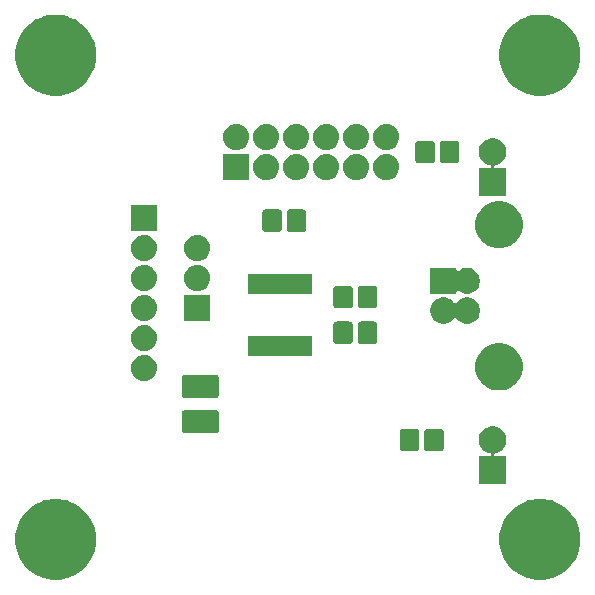
<source format=gts>
G04 #@! TF.GenerationSoftware,KiCad,Pcbnew,(5.0.2)-1*
G04 #@! TF.CreationDate,2020-03-10T11:29:15-04:00*
G04 #@! TF.ProjectId,FTDI-USB-TTL-49MM,46544449-2d55-4534-922d-54544c2d3439,1*
G04 #@! TF.SameCoordinates,Original*
G04 #@! TF.FileFunction,Soldermask,Top*
G04 #@! TF.FilePolarity,Negative*
%FSLAX46Y46*%
G04 Gerber Fmt 4.6, Leading zero omitted, Abs format (unit mm)*
G04 Created by KiCad (PCBNEW (5.0.2)-1) date 3/10/2020 11:29:15 AM*
%MOMM*%
%LPD*%
G01*
G04 APERTURE LIST*
%ADD10C,0.150000*%
G04 APERTURE END LIST*
D10*
G36*
X45668964Y-41636887D02*
X46000202Y-41702775D01*
X46258686Y-41809843D01*
X46624239Y-41961259D01*
X47185863Y-42336524D01*
X47663476Y-42814137D01*
X48038741Y-43375761D01*
X48297225Y-43999799D01*
X48429000Y-44662272D01*
X48429000Y-45337728D01*
X48297225Y-46000201D01*
X48038741Y-46624239D01*
X47663476Y-47185863D01*
X47185863Y-47663476D01*
X46624239Y-48038741D01*
X46258686Y-48190157D01*
X46000202Y-48297225D01*
X45668964Y-48363113D01*
X45337728Y-48429000D01*
X44662272Y-48429000D01*
X44331035Y-48363112D01*
X43999798Y-48297225D01*
X43741314Y-48190157D01*
X43375761Y-48038741D01*
X42814137Y-47663476D01*
X42336524Y-47185863D01*
X41961259Y-46624239D01*
X41702775Y-46000201D01*
X41571000Y-45337728D01*
X41571000Y-44662272D01*
X41702775Y-43999799D01*
X41961259Y-43375761D01*
X42336524Y-42814137D01*
X42814137Y-42336524D01*
X43375761Y-41961259D01*
X43741314Y-41809843D01*
X43999798Y-41702775D01*
X44331036Y-41636887D01*
X44662272Y-41571000D01*
X45337728Y-41571000D01*
X45668964Y-41636887D01*
X45668964Y-41636887D01*
G37*
G36*
X4668964Y-41636887D02*
X5000202Y-41702775D01*
X5258686Y-41809843D01*
X5624239Y-41961259D01*
X6185863Y-42336524D01*
X6663476Y-42814137D01*
X7038741Y-43375761D01*
X7297225Y-43999799D01*
X7429000Y-44662272D01*
X7429000Y-45337728D01*
X7297225Y-46000201D01*
X7038741Y-46624239D01*
X6663476Y-47185863D01*
X6185863Y-47663476D01*
X5624239Y-48038741D01*
X5258686Y-48190157D01*
X5000202Y-48297225D01*
X4668965Y-48363112D01*
X4337728Y-48429000D01*
X3662272Y-48429000D01*
X3331035Y-48363112D01*
X2999798Y-48297225D01*
X2741314Y-48190157D01*
X2375761Y-48038741D01*
X1814137Y-47663476D01*
X1336524Y-47185863D01*
X961259Y-46624239D01*
X702775Y-46000201D01*
X571000Y-45337728D01*
X571000Y-44662272D01*
X702775Y-43999799D01*
X961259Y-43375761D01*
X1336524Y-42814137D01*
X1814137Y-42336524D01*
X2375761Y-41961259D01*
X2741314Y-41809843D01*
X2999798Y-41702775D01*
X3331036Y-41636887D01*
X3662272Y-41571000D01*
X4337728Y-41571000D01*
X4668964Y-41636887D01*
X4668964Y-41636887D01*
G37*
G36*
X41336610Y-35466347D02*
X41546623Y-35553337D01*
X41735635Y-35679631D01*
X41896369Y-35840365D01*
X42022663Y-36029377D01*
X42109653Y-36239390D01*
X42154000Y-36462339D01*
X42154000Y-36689661D01*
X42109653Y-36912610D01*
X42022663Y-37122623D01*
X41896369Y-37311635D01*
X41735635Y-37472369D01*
X41546623Y-37598663D01*
X41336610Y-37685653D01*
X41192078Y-37714402D01*
X41168629Y-37721515D01*
X41147018Y-37733066D01*
X41128076Y-37748612D01*
X41112530Y-37767554D01*
X41100979Y-37789165D01*
X41093866Y-37812614D01*
X41091464Y-37837000D01*
X41093866Y-37861386D01*
X41100979Y-37884835D01*
X41112530Y-37906446D01*
X41128076Y-37925388D01*
X41147018Y-37940934D01*
X41168629Y-37952485D01*
X41192078Y-37959598D01*
X41216464Y-37962000D01*
X42154000Y-37962000D01*
X42154000Y-40270000D01*
X39846000Y-40270000D01*
X39846000Y-37962000D01*
X40783536Y-37962000D01*
X40807922Y-37959598D01*
X40831371Y-37952485D01*
X40852982Y-37940934D01*
X40871924Y-37925388D01*
X40887470Y-37906446D01*
X40899021Y-37884835D01*
X40906134Y-37861386D01*
X40908536Y-37837000D01*
X40906134Y-37812614D01*
X40899021Y-37789165D01*
X40887470Y-37767554D01*
X40871924Y-37748612D01*
X40852982Y-37733066D01*
X40831371Y-37721515D01*
X40807922Y-37714402D01*
X40663390Y-37685653D01*
X40453377Y-37598663D01*
X40264365Y-37472369D01*
X40103631Y-37311635D01*
X39977337Y-37122623D01*
X39890347Y-36912610D01*
X39846000Y-36689661D01*
X39846000Y-36462339D01*
X39890347Y-36239390D01*
X39977337Y-36029377D01*
X40103631Y-35840365D01*
X40264365Y-35679631D01*
X40453377Y-35553337D01*
X40663390Y-35466347D01*
X40886339Y-35422000D01*
X41113661Y-35422000D01*
X41336610Y-35466347D01*
X41336610Y-35466347D01*
G37*
G36*
X36620632Y-35628161D02*
X36674885Y-35644618D01*
X36724873Y-35671337D01*
X36768697Y-35707303D01*
X36804663Y-35751127D01*
X36831382Y-35801115D01*
X36847839Y-35855368D01*
X36854000Y-35917922D01*
X36854000Y-37234078D01*
X36847839Y-37296632D01*
X36831382Y-37350885D01*
X36804663Y-37400873D01*
X36768697Y-37444697D01*
X36724873Y-37480663D01*
X36674885Y-37507382D01*
X36620632Y-37523839D01*
X36558078Y-37530000D01*
X35491922Y-37530000D01*
X35429368Y-37523839D01*
X35375115Y-37507382D01*
X35325127Y-37480663D01*
X35281303Y-37444697D01*
X35245337Y-37400873D01*
X35218618Y-37350885D01*
X35202161Y-37296632D01*
X35196000Y-37234078D01*
X35196000Y-35917922D01*
X35202161Y-35855368D01*
X35218618Y-35801115D01*
X35245337Y-35751127D01*
X35281303Y-35707303D01*
X35325127Y-35671337D01*
X35375115Y-35644618D01*
X35429368Y-35628161D01*
X35491922Y-35622000D01*
X36558078Y-35622000D01*
X36620632Y-35628161D01*
X36620632Y-35628161D01*
G37*
G36*
X34570632Y-35628161D02*
X34624885Y-35644618D01*
X34674873Y-35671337D01*
X34718697Y-35707303D01*
X34754663Y-35751127D01*
X34781382Y-35801115D01*
X34797839Y-35855368D01*
X34804000Y-35917922D01*
X34804000Y-37234078D01*
X34797839Y-37296632D01*
X34781382Y-37350885D01*
X34754663Y-37400873D01*
X34718697Y-37444697D01*
X34674873Y-37480663D01*
X34624885Y-37507382D01*
X34570632Y-37523839D01*
X34508078Y-37530000D01*
X33441922Y-37530000D01*
X33379368Y-37523839D01*
X33325115Y-37507382D01*
X33275127Y-37480663D01*
X33231303Y-37444697D01*
X33195337Y-37400873D01*
X33168618Y-37350885D01*
X33152161Y-37296632D01*
X33146000Y-37234078D01*
X33146000Y-35917922D01*
X33152161Y-35855368D01*
X33168618Y-35801115D01*
X33195337Y-35751127D01*
X33231303Y-35707303D01*
X33275127Y-35671337D01*
X33325115Y-35644618D01*
X33379368Y-35628161D01*
X33441922Y-35622000D01*
X34508078Y-35622000D01*
X34570632Y-35628161D01*
X34570632Y-35628161D01*
G37*
G36*
X17627225Y-34054550D02*
X17675512Y-34069197D01*
X17720012Y-34092983D01*
X17759011Y-34124989D01*
X17791017Y-34163988D01*
X17814803Y-34208488D01*
X17829450Y-34256775D01*
X17835000Y-34313123D01*
X17835000Y-35717877D01*
X17829450Y-35774225D01*
X17814803Y-35822512D01*
X17791017Y-35867012D01*
X17759011Y-35906011D01*
X17720012Y-35938017D01*
X17675512Y-35961803D01*
X17627225Y-35976450D01*
X17570877Y-35982000D01*
X14941123Y-35982000D01*
X14884775Y-35976450D01*
X14836488Y-35961803D01*
X14791988Y-35938017D01*
X14752989Y-35906011D01*
X14720983Y-35867012D01*
X14697197Y-35822512D01*
X14682550Y-35774225D01*
X14677000Y-35717877D01*
X14677000Y-34313123D01*
X14682550Y-34256775D01*
X14697197Y-34208488D01*
X14720983Y-34163988D01*
X14752989Y-34124989D01*
X14791988Y-34092983D01*
X14836488Y-34069197D01*
X14884775Y-34054550D01*
X14941123Y-34049000D01*
X17570877Y-34049000D01*
X17627225Y-34054550D01*
X17627225Y-34054550D01*
G37*
G36*
X17627225Y-31079550D02*
X17675512Y-31094197D01*
X17720012Y-31117983D01*
X17759011Y-31149989D01*
X17791017Y-31188988D01*
X17814803Y-31233488D01*
X17829450Y-31281775D01*
X17835000Y-31338123D01*
X17835000Y-32742877D01*
X17829450Y-32799225D01*
X17814803Y-32847512D01*
X17791017Y-32892012D01*
X17759011Y-32931011D01*
X17720012Y-32963017D01*
X17675512Y-32986803D01*
X17627225Y-33001450D01*
X17570877Y-33007000D01*
X14941123Y-33007000D01*
X14884775Y-33001450D01*
X14836488Y-32986803D01*
X14791988Y-32963017D01*
X14752989Y-32931011D01*
X14720983Y-32892012D01*
X14697197Y-32847512D01*
X14682550Y-32799225D01*
X14677000Y-32742877D01*
X14677000Y-31338123D01*
X14682550Y-31281775D01*
X14697197Y-31233488D01*
X14720983Y-31188988D01*
X14752989Y-31149989D01*
X14791988Y-31117983D01*
X14836488Y-31094197D01*
X14884775Y-31079550D01*
X14941123Y-31074000D01*
X17570877Y-31074000D01*
X17627225Y-31079550D01*
X17627225Y-31079550D01*
G37*
G36*
X42124545Y-28457013D02*
X42489249Y-28608078D01*
X42817478Y-28827394D01*
X43096606Y-29106522D01*
X43315922Y-29434751D01*
X43466987Y-29799455D01*
X43544000Y-30186623D01*
X43544000Y-30581377D01*
X43466987Y-30968545D01*
X43315922Y-31333249D01*
X43096606Y-31661478D01*
X42817478Y-31940606D01*
X42489249Y-32159922D01*
X42124545Y-32310987D01*
X41737377Y-32388000D01*
X41342623Y-32388000D01*
X40955455Y-32310987D01*
X40590751Y-32159922D01*
X40262522Y-31940606D01*
X39983394Y-31661478D01*
X39764078Y-31333249D01*
X39613013Y-30968545D01*
X39536000Y-30581377D01*
X39536000Y-30186623D01*
X39613013Y-29799455D01*
X39764078Y-29434751D01*
X39983394Y-29106522D01*
X40262522Y-28827394D01*
X40590751Y-28608078D01*
X40955455Y-28457013D01*
X41342623Y-28380000D01*
X41737377Y-28380000D01*
X42124545Y-28457013D01*
X42124545Y-28457013D01*
G37*
G36*
X11716423Y-29391974D02*
X11924526Y-29455102D01*
X12116313Y-29557614D01*
X12284423Y-29695577D01*
X12422386Y-29863687D01*
X12524898Y-30055474D01*
X12588026Y-30263577D01*
X12609341Y-30480000D01*
X12588026Y-30696423D01*
X12524898Y-30904526D01*
X12422386Y-31096313D01*
X12422384Y-31096316D01*
X12422383Y-31096317D01*
X12284423Y-31264423D01*
X12194619Y-31338123D01*
X12116313Y-31402386D01*
X11924526Y-31504898D01*
X11716423Y-31568026D01*
X11554231Y-31584000D01*
X11445769Y-31584000D01*
X11283577Y-31568026D01*
X11075474Y-31504898D01*
X10883687Y-31402386D01*
X10805382Y-31338123D01*
X10715577Y-31264423D01*
X10577617Y-31096317D01*
X10577616Y-31096316D01*
X10577614Y-31096313D01*
X10475102Y-30904526D01*
X10411974Y-30696423D01*
X10390659Y-30480000D01*
X10411974Y-30263577D01*
X10475102Y-30055474D01*
X10577614Y-29863687D01*
X10715577Y-29695577D01*
X10883687Y-29557614D01*
X11075474Y-29455102D01*
X11283577Y-29391974D01*
X11445769Y-29376000D01*
X11554231Y-29376000D01*
X11716423Y-29391974D01*
X11716423Y-29391974D01*
G37*
G36*
X25676500Y-29454000D02*
X20323500Y-29454000D01*
X20323500Y-27746000D01*
X25676500Y-27746000D01*
X25676500Y-29454000D01*
X25676500Y-29454000D01*
G37*
G36*
X11716423Y-26851974D02*
X11924526Y-26915102D01*
X12116313Y-27017614D01*
X12284423Y-27155577D01*
X12422386Y-27323687D01*
X12524898Y-27515474D01*
X12588026Y-27723577D01*
X12609341Y-27940000D01*
X12588026Y-28156423D01*
X12524898Y-28364526D01*
X12422386Y-28556313D01*
X12422384Y-28556316D01*
X12422383Y-28556317D01*
X12284423Y-28724423D01*
X12158952Y-28827394D01*
X12116313Y-28862386D01*
X11924526Y-28964898D01*
X11716423Y-29028026D01*
X11554231Y-29044000D01*
X11445769Y-29044000D01*
X11283577Y-29028026D01*
X11075474Y-28964898D01*
X10883687Y-28862386D01*
X10841049Y-28827394D01*
X10715577Y-28724423D01*
X10577617Y-28556317D01*
X10577616Y-28556316D01*
X10577614Y-28556313D01*
X10475102Y-28364526D01*
X10411974Y-28156423D01*
X10390659Y-27940000D01*
X10411974Y-27723577D01*
X10475102Y-27515474D01*
X10577614Y-27323687D01*
X10715577Y-27155577D01*
X10883687Y-27017614D01*
X11075474Y-26915102D01*
X11283577Y-26851974D01*
X11445769Y-26836000D01*
X11554231Y-26836000D01*
X11716423Y-26851974D01*
X11716423Y-26851974D01*
G37*
G36*
X28945633Y-26552161D02*
X28999886Y-26568618D01*
X29049874Y-26595337D01*
X29093698Y-26631303D01*
X29129664Y-26675127D01*
X29156383Y-26725115D01*
X29172840Y-26779368D01*
X29179001Y-26841922D01*
X29179001Y-28158078D01*
X29172840Y-28220632D01*
X29156383Y-28274885D01*
X29129664Y-28324873D01*
X29093698Y-28368697D01*
X29049874Y-28404663D01*
X28999886Y-28431382D01*
X28945633Y-28447839D01*
X28883079Y-28454000D01*
X27816923Y-28454000D01*
X27754369Y-28447839D01*
X27700116Y-28431382D01*
X27650128Y-28404663D01*
X27606304Y-28368697D01*
X27570338Y-28324873D01*
X27543619Y-28274885D01*
X27527162Y-28220632D01*
X27521001Y-28158078D01*
X27521001Y-26841922D01*
X27527162Y-26779368D01*
X27543619Y-26725115D01*
X27570338Y-26675127D01*
X27606304Y-26631303D01*
X27650128Y-26595337D01*
X27700116Y-26568618D01*
X27754369Y-26552161D01*
X27816923Y-26546000D01*
X28883079Y-26546000D01*
X28945633Y-26552161D01*
X28945633Y-26552161D01*
G37*
G36*
X30995633Y-26552161D02*
X31049886Y-26568618D01*
X31099874Y-26595337D01*
X31143698Y-26631303D01*
X31179664Y-26675127D01*
X31206383Y-26725115D01*
X31222840Y-26779368D01*
X31229001Y-26841922D01*
X31229001Y-28158078D01*
X31222840Y-28220632D01*
X31206383Y-28274885D01*
X31179664Y-28324873D01*
X31143698Y-28368697D01*
X31099874Y-28404663D01*
X31049886Y-28431382D01*
X30995633Y-28447839D01*
X30933079Y-28454000D01*
X29866923Y-28454000D01*
X29804369Y-28447839D01*
X29750116Y-28431382D01*
X29700128Y-28404663D01*
X29656304Y-28368697D01*
X29620338Y-28324873D01*
X29593619Y-28274885D01*
X29577162Y-28220632D01*
X29571001Y-28158078D01*
X29571001Y-26841922D01*
X29577162Y-26779368D01*
X29593619Y-26725115D01*
X29620338Y-26675127D01*
X29656304Y-26631303D01*
X29700128Y-26595337D01*
X29750116Y-26568618D01*
X29804369Y-26552161D01*
X29866923Y-26546000D01*
X30933079Y-26546000D01*
X30995633Y-26552161D01*
X30995633Y-26552161D01*
G37*
G36*
X37152023Y-24552425D02*
X37352941Y-24635648D01*
X37533762Y-24756469D01*
X37687531Y-24910238D01*
X37726066Y-24967910D01*
X37741611Y-24986852D01*
X37760553Y-25002397D01*
X37782164Y-25013949D01*
X37805613Y-25021062D01*
X37830000Y-25023464D01*
X37854386Y-25021062D01*
X37877835Y-25013949D01*
X37899446Y-25002398D01*
X37918388Y-24986853D01*
X37933934Y-24967910D01*
X37972469Y-24910238D01*
X38126238Y-24756469D01*
X38307059Y-24635648D01*
X38507977Y-24552425D01*
X38721264Y-24510000D01*
X38938736Y-24510000D01*
X39152023Y-24552425D01*
X39352941Y-24635648D01*
X39533762Y-24756469D01*
X39687531Y-24910238D01*
X39808352Y-25091059D01*
X39891575Y-25291977D01*
X39934000Y-25505264D01*
X39934000Y-25722736D01*
X39891575Y-25936023D01*
X39808352Y-26136941D01*
X39687531Y-26317762D01*
X39533762Y-26471531D01*
X39352941Y-26592352D01*
X39152023Y-26675575D01*
X38938736Y-26718000D01*
X38721264Y-26718000D01*
X38507977Y-26675575D01*
X38307059Y-26592352D01*
X38126238Y-26471531D01*
X37972469Y-26317762D01*
X37933934Y-26260090D01*
X37918389Y-26241148D01*
X37899447Y-26225603D01*
X37877836Y-26214051D01*
X37854387Y-26206938D01*
X37830000Y-26204536D01*
X37805614Y-26206938D01*
X37782165Y-26214051D01*
X37760554Y-26225602D01*
X37741612Y-26241147D01*
X37726066Y-26260090D01*
X37687531Y-26317762D01*
X37533762Y-26471531D01*
X37352941Y-26592352D01*
X37152023Y-26675575D01*
X36938736Y-26718000D01*
X36721264Y-26718000D01*
X36507977Y-26675575D01*
X36307059Y-26592352D01*
X36126238Y-26471531D01*
X35972469Y-26317762D01*
X35851648Y-26136941D01*
X35768425Y-25936023D01*
X35726000Y-25722736D01*
X35726000Y-25505264D01*
X35768425Y-25291977D01*
X35851648Y-25091059D01*
X35972469Y-24910238D01*
X36126238Y-24756469D01*
X36307059Y-24635648D01*
X36507977Y-24552425D01*
X36721264Y-24510000D01*
X36938736Y-24510000D01*
X37152023Y-24552425D01*
X37152023Y-24552425D01*
G37*
G36*
X17104000Y-26504000D02*
X14896000Y-26504000D01*
X14896000Y-24296000D01*
X17104000Y-24296000D01*
X17104000Y-26504000D01*
X17104000Y-26504000D01*
G37*
G36*
X11716423Y-24311974D02*
X11924526Y-24375102D01*
X12116313Y-24477614D01*
X12116316Y-24477616D01*
X12116317Y-24477617D01*
X12284423Y-24615577D01*
X12400048Y-24756467D01*
X12422386Y-24783687D01*
X12524898Y-24975474D01*
X12588026Y-25183577D01*
X12609341Y-25400000D01*
X12588026Y-25616423D01*
X12524898Y-25824526D01*
X12422386Y-26016313D01*
X12422384Y-26016316D01*
X12422383Y-26016317D01*
X12284423Y-26184423D01*
X12121948Y-26317762D01*
X12116313Y-26322386D01*
X11924526Y-26424898D01*
X11716423Y-26488026D01*
X11554231Y-26504000D01*
X11445769Y-26504000D01*
X11283577Y-26488026D01*
X11075474Y-26424898D01*
X10883687Y-26322386D01*
X10878053Y-26317762D01*
X10715577Y-26184423D01*
X10577617Y-26016317D01*
X10577616Y-26016316D01*
X10577614Y-26016313D01*
X10475102Y-25824526D01*
X10411974Y-25616423D01*
X10390659Y-25400000D01*
X10411974Y-25183577D01*
X10475102Y-24975474D01*
X10577614Y-24783687D01*
X10599953Y-24756467D01*
X10715577Y-24615577D01*
X10883683Y-24477617D01*
X10883684Y-24477616D01*
X10883687Y-24477614D01*
X11075474Y-24375102D01*
X11283577Y-24311974D01*
X11445769Y-24296000D01*
X11554231Y-24296000D01*
X11716423Y-24311974D01*
X11716423Y-24311974D01*
G37*
G36*
X30995633Y-23527162D02*
X31049886Y-23543619D01*
X31099874Y-23570338D01*
X31143698Y-23606304D01*
X31179664Y-23650128D01*
X31206383Y-23700116D01*
X31222840Y-23754369D01*
X31229001Y-23816923D01*
X31229001Y-25133079D01*
X31222840Y-25195633D01*
X31206383Y-25249886D01*
X31179664Y-25299874D01*
X31143698Y-25343698D01*
X31099874Y-25379664D01*
X31049886Y-25406383D01*
X30995633Y-25422840D01*
X30933079Y-25429001D01*
X29866923Y-25429001D01*
X29804369Y-25422840D01*
X29750116Y-25406383D01*
X29700128Y-25379664D01*
X29656304Y-25343698D01*
X29620338Y-25299874D01*
X29593619Y-25249886D01*
X29577162Y-25195633D01*
X29571001Y-25133079D01*
X29571001Y-23816923D01*
X29577162Y-23754369D01*
X29593619Y-23700116D01*
X29620338Y-23650128D01*
X29656304Y-23606304D01*
X29700128Y-23570338D01*
X29750116Y-23543619D01*
X29804369Y-23527162D01*
X29866923Y-23521001D01*
X30933079Y-23521001D01*
X30995633Y-23527162D01*
X30995633Y-23527162D01*
G37*
G36*
X28945633Y-23527162D02*
X28999886Y-23543619D01*
X29049874Y-23570338D01*
X29093698Y-23606304D01*
X29129664Y-23650128D01*
X29156383Y-23700116D01*
X29172840Y-23754369D01*
X29179001Y-23816923D01*
X29179001Y-25133079D01*
X29172840Y-25195633D01*
X29156383Y-25249886D01*
X29129664Y-25299874D01*
X29093698Y-25343698D01*
X29049874Y-25379664D01*
X28999886Y-25406383D01*
X28945633Y-25422840D01*
X28883079Y-25429001D01*
X27816923Y-25429001D01*
X27754369Y-25422840D01*
X27700116Y-25406383D01*
X27650128Y-25379664D01*
X27606304Y-25343698D01*
X27570338Y-25299874D01*
X27543619Y-25249886D01*
X27527162Y-25195633D01*
X27521001Y-25133079D01*
X27521001Y-23816923D01*
X27527162Y-23754369D01*
X27543619Y-23700116D01*
X27570338Y-23650128D01*
X27606304Y-23606304D01*
X27650128Y-23570338D01*
X27700116Y-23543619D01*
X27754369Y-23527162D01*
X27816923Y-23521001D01*
X28883079Y-23521001D01*
X28945633Y-23527162D01*
X28945633Y-23527162D01*
G37*
G36*
X25676500Y-24254000D02*
X20323500Y-24254000D01*
X20323500Y-22546000D01*
X25676500Y-22546000D01*
X25676500Y-24254000D01*
X25676500Y-24254000D01*
G37*
G36*
X37934000Y-22151060D02*
X37936402Y-22175446D01*
X37943515Y-22198895D01*
X37955066Y-22220506D01*
X37970612Y-22239448D01*
X37989554Y-22254994D01*
X38011165Y-22266545D01*
X38034614Y-22273658D01*
X38059000Y-22276060D01*
X38083386Y-22273658D01*
X38106835Y-22266545D01*
X38128446Y-22254994D01*
X38307059Y-22135648D01*
X38507977Y-22052425D01*
X38721264Y-22010000D01*
X38938736Y-22010000D01*
X39152023Y-22052425D01*
X39352941Y-22135648D01*
X39533762Y-22256469D01*
X39687531Y-22410238D01*
X39808352Y-22591059D01*
X39891575Y-22791977D01*
X39934000Y-23005264D01*
X39934000Y-23222736D01*
X39891575Y-23436023D01*
X39808352Y-23636941D01*
X39687531Y-23817762D01*
X39533762Y-23971531D01*
X39352941Y-24092352D01*
X39152023Y-24175575D01*
X38938736Y-24218000D01*
X38721264Y-24218000D01*
X38507977Y-24175575D01*
X38307059Y-24092352D01*
X38128446Y-23973006D01*
X38106836Y-23961455D01*
X38083386Y-23954342D01*
X38059000Y-23951940D01*
X38034614Y-23954342D01*
X38011165Y-23961455D01*
X37989554Y-23973006D01*
X37970612Y-23988552D01*
X37955066Y-24007494D01*
X37943515Y-24029104D01*
X37936402Y-24052554D01*
X37934000Y-24076940D01*
X37934000Y-24218000D01*
X35726000Y-24218000D01*
X35726000Y-22010000D01*
X37934000Y-22010000D01*
X37934000Y-22151060D01*
X37934000Y-22151060D01*
G37*
G36*
X11716423Y-21771974D02*
X11924526Y-21835102D01*
X12116313Y-21937614D01*
X12116316Y-21937616D01*
X12116317Y-21937617D01*
X12256212Y-22052425D01*
X12284423Y-22075577D01*
X12422386Y-22243687D01*
X12524898Y-22435474D01*
X12588026Y-22643577D01*
X12609341Y-22860000D01*
X12588026Y-23076423D01*
X12524898Y-23284526D01*
X12422386Y-23476313D01*
X12422384Y-23476316D01*
X12422383Y-23476317D01*
X12335861Y-23581745D01*
X12284423Y-23644423D01*
X12116313Y-23782386D01*
X11924526Y-23884898D01*
X11716423Y-23948026D01*
X11554231Y-23964000D01*
X11445769Y-23964000D01*
X11283577Y-23948026D01*
X11075474Y-23884898D01*
X10883687Y-23782386D01*
X10715577Y-23644423D01*
X10664139Y-23581745D01*
X10577617Y-23476317D01*
X10577616Y-23476316D01*
X10577614Y-23476313D01*
X10475102Y-23284526D01*
X10411974Y-23076423D01*
X10390659Y-22860000D01*
X10411974Y-22643577D01*
X10475102Y-22435474D01*
X10577614Y-22243687D01*
X10715577Y-22075577D01*
X10743788Y-22052425D01*
X10883683Y-21937617D01*
X10883684Y-21937616D01*
X10883687Y-21937614D01*
X11075474Y-21835102D01*
X11283577Y-21771974D01*
X11445769Y-21756000D01*
X11554231Y-21756000D01*
X11716423Y-21771974D01*
X11716423Y-21771974D01*
G37*
G36*
X16216423Y-21771974D02*
X16424526Y-21835102D01*
X16616313Y-21937614D01*
X16616316Y-21937616D01*
X16616317Y-21937617D01*
X16756212Y-22052425D01*
X16784423Y-22075577D01*
X16922386Y-22243687D01*
X17024898Y-22435474D01*
X17088026Y-22643577D01*
X17109341Y-22860000D01*
X17088026Y-23076423D01*
X17024898Y-23284526D01*
X16922386Y-23476313D01*
X16922384Y-23476316D01*
X16922383Y-23476317D01*
X16835861Y-23581745D01*
X16784423Y-23644423D01*
X16616313Y-23782386D01*
X16424526Y-23884898D01*
X16216423Y-23948026D01*
X16054231Y-23964000D01*
X15945769Y-23964000D01*
X15783577Y-23948026D01*
X15575474Y-23884898D01*
X15383687Y-23782386D01*
X15215577Y-23644423D01*
X15164139Y-23581745D01*
X15077617Y-23476317D01*
X15077616Y-23476316D01*
X15077614Y-23476313D01*
X14975102Y-23284526D01*
X14911974Y-23076423D01*
X14890659Y-22860000D01*
X14911974Y-22643577D01*
X14975102Y-22435474D01*
X15077614Y-22243687D01*
X15215577Y-22075577D01*
X15243788Y-22052425D01*
X15383683Y-21937617D01*
X15383684Y-21937616D01*
X15383687Y-21937614D01*
X15575474Y-21835102D01*
X15783577Y-21771974D01*
X15945769Y-21756000D01*
X16054231Y-21756000D01*
X16216423Y-21771974D01*
X16216423Y-21771974D01*
G37*
G36*
X16216423Y-19231974D02*
X16424526Y-19295102D01*
X16616313Y-19397614D01*
X16616316Y-19397616D01*
X16616317Y-19397617D01*
X16784423Y-19535577D01*
X16854920Y-19621478D01*
X16922386Y-19703687D01*
X17024898Y-19895474D01*
X17088026Y-20103577D01*
X17109341Y-20320000D01*
X17088026Y-20536423D01*
X17024898Y-20744526D01*
X16922386Y-20936313D01*
X16784423Y-21104423D01*
X16616313Y-21242386D01*
X16424526Y-21344898D01*
X16216423Y-21408026D01*
X16054231Y-21424000D01*
X15945769Y-21424000D01*
X15783577Y-21408026D01*
X15575474Y-21344898D01*
X15383687Y-21242386D01*
X15215577Y-21104423D01*
X15077614Y-20936313D01*
X14975102Y-20744526D01*
X14911974Y-20536423D01*
X14890659Y-20320000D01*
X14911974Y-20103577D01*
X14975102Y-19895474D01*
X15077614Y-19703687D01*
X15145081Y-19621478D01*
X15215577Y-19535577D01*
X15383683Y-19397617D01*
X15383684Y-19397616D01*
X15383687Y-19397614D01*
X15575474Y-19295102D01*
X15783577Y-19231974D01*
X15945769Y-19216000D01*
X16054231Y-19216000D01*
X16216423Y-19231974D01*
X16216423Y-19231974D01*
G37*
G36*
X11716423Y-19231974D02*
X11924526Y-19295102D01*
X12116313Y-19397614D01*
X12116316Y-19397616D01*
X12116317Y-19397617D01*
X12284423Y-19535577D01*
X12354920Y-19621478D01*
X12422386Y-19703687D01*
X12524898Y-19895474D01*
X12588026Y-20103577D01*
X12609341Y-20320000D01*
X12588026Y-20536423D01*
X12524898Y-20744526D01*
X12422386Y-20936313D01*
X12284423Y-21104423D01*
X12116313Y-21242386D01*
X11924526Y-21344898D01*
X11716423Y-21408026D01*
X11554231Y-21424000D01*
X11445769Y-21424000D01*
X11283577Y-21408026D01*
X11075474Y-21344898D01*
X10883687Y-21242386D01*
X10715577Y-21104423D01*
X10577614Y-20936313D01*
X10475102Y-20744526D01*
X10411974Y-20536423D01*
X10390659Y-20320000D01*
X10411974Y-20103577D01*
X10475102Y-19895474D01*
X10577614Y-19703687D01*
X10645081Y-19621478D01*
X10715577Y-19535577D01*
X10883683Y-19397617D01*
X10883684Y-19397616D01*
X10883687Y-19397614D01*
X11075474Y-19295102D01*
X11283577Y-19231974D01*
X11445769Y-19216000D01*
X11554231Y-19216000D01*
X11716423Y-19231974D01*
X11716423Y-19231974D01*
G37*
G36*
X42124545Y-16417013D02*
X42489249Y-16568078D01*
X42817478Y-16787394D01*
X43096606Y-17066522D01*
X43315922Y-17394751D01*
X43466987Y-17759455D01*
X43544000Y-18146623D01*
X43544000Y-18541377D01*
X43466987Y-18928545D01*
X43315922Y-19293249D01*
X43096606Y-19621478D01*
X42817478Y-19900606D01*
X42489249Y-20119922D01*
X42124545Y-20270987D01*
X41737377Y-20348000D01*
X41342623Y-20348000D01*
X40955455Y-20270987D01*
X40590751Y-20119922D01*
X40262522Y-19900606D01*
X39983394Y-19621478D01*
X39764078Y-19293249D01*
X39613013Y-18928545D01*
X39536000Y-18541377D01*
X39536000Y-18146623D01*
X39613013Y-17759455D01*
X39764078Y-17394751D01*
X39983394Y-17066522D01*
X40262522Y-16787394D01*
X40590751Y-16568078D01*
X40955455Y-16417013D01*
X41342623Y-16340000D01*
X41737377Y-16340000D01*
X42124545Y-16417013D01*
X42124545Y-16417013D01*
G37*
G36*
X22938632Y-17052161D02*
X22992885Y-17068618D01*
X23042873Y-17095337D01*
X23086697Y-17131303D01*
X23122663Y-17175127D01*
X23149382Y-17225115D01*
X23165839Y-17279368D01*
X23172000Y-17341922D01*
X23172000Y-18658078D01*
X23165839Y-18720632D01*
X23149382Y-18774885D01*
X23122663Y-18824873D01*
X23086697Y-18868697D01*
X23042873Y-18904663D01*
X22992885Y-18931382D01*
X22938632Y-18947839D01*
X22876078Y-18954000D01*
X21809922Y-18954000D01*
X21747368Y-18947839D01*
X21693115Y-18931382D01*
X21643127Y-18904663D01*
X21599303Y-18868697D01*
X21563337Y-18824873D01*
X21536618Y-18774885D01*
X21520161Y-18720632D01*
X21514000Y-18658078D01*
X21514000Y-17341922D01*
X21520161Y-17279368D01*
X21536618Y-17225115D01*
X21563337Y-17175127D01*
X21599303Y-17131303D01*
X21643127Y-17095337D01*
X21693115Y-17068618D01*
X21747368Y-17052161D01*
X21809922Y-17046000D01*
X22876078Y-17046000D01*
X22938632Y-17052161D01*
X22938632Y-17052161D01*
G37*
G36*
X24988632Y-17052161D02*
X25042885Y-17068618D01*
X25092873Y-17095337D01*
X25136697Y-17131303D01*
X25172663Y-17175127D01*
X25199382Y-17225115D01*
X25215839Y-17279368D01*
X25222000Y-17341922D01*
X25222000Y-18658078D01*
X25215839Y-18720632D01*
X25199382Y-18774885D01*
X25172663Y-18824873D01*
X25136697Y-18868697D01*
X25092873Y-18904663D01*
X25042885Y-18931382D01*
X24988632Y-18947839D01*
X24926078Y-18954000D01*
X23859922Y-18954000D01*
X23797368Y-18947839D01*
X23743115Y-18931382D01*
X23693127Y-18904663D01*
X23649303Y-18868697D01*
X23613337Y-18824873D01*
X23586618Y-18774885D01*
X23570161Y-18720632D01*
X23564000Y-18658078D01*
X23564000Y-17341922D01*
X23570161Y-17279368D01*
X23586618Y-17225115D01*
X23613337Y-17175127D01*
X23649303Y-17131303D01*
X23693127Y-17095337D01*
X23743115Y-17068618D01*
X23797368Y-17052161D01*
X23859922Y-17046000D01*
X24926078Y-17046000D01*
X24988632Y-17052161D01*
X24988632Y-17052161D01*
G37*
G36*
X12604000Y-18884000D02*
X10396000Y-18884000D01*
X10396000Y-16676000D01*
X12604000Y-16676000D01*
X12604000Y-18884000D01*
X12604000Y-18884000D01*
G37*
G36*
X41336610Y-11080347D02*
X41546623Y-11167337D01*
X41735635Y-11293631D01*
X41896369Y-11454365D01*
X42022663Y-11643377D01*
X42109653Y-11853390D01*
X42154000Y-12076339D01*
X42154000Y-12303661D01*
X42109653Y-12526610D01*
X42022663Y-12736623D01*
X41896369Y-12925635D01*
X41735635Y-13086369D01*
X41546623Y-13212663D01*
X41336610Y-13299653D01*
X41192078Y-13328402D01*
X41168629Y-13335515D01*
X41147018Y-13347066D01*
X41128076Y-13362612D01*
X41112530Y-13381554D01*
X41100979Y-13403165D01*
X41093866Y-13426614D01*
X41091464Y-13451000D01*
X41093866Y-13475386D01*
X41100979Y-13498835D01*
X41112530Y-13520446D01*
X41128076Y-13539388D01*
X41147018Y-13554934D01*
X41168629Y-13566485D01*
X41192078Y-13573598D01*
X41216464Y-13576000D01*
X42154000Y-13576000D01*
X42154000Y-15884000D01*
X39846000Y-15884000D01*
X39846000Y-13576000D01*
X40783536Y-13576000D01*
X40807922Y-13573598D01*
X40831371Y-13566485D01*
X40852982Y-13554934D01*
X40871924Y-13539388D01*
X40887470Y-13520446D01*
X40899021Y-13498835D01*
X40906134Y-13475386D01*
X40908536Y-13451000D01*
X40906134Y-13426614D01*
X40899021Y-13403165D01*
X40887470Y-13381554D01*
X40871924Y-13362612D01*
X40852982Y-13347066D01*
X40831371Y-13335515D01*
X40807922Y-13328402D01*
X40663390Y-13299653D01*
X40453377Y-13212663D01*
X40264365Y-13086369D01*
X40103631Y-12925635D01*
X39977337Y-12736623D01*
X39890347Y-12526610D01*
X39846000Y-12303661D01*
X39846000Y-12076339D01*
X39890347Y-11853390D01*
X39977337Y-11643377D01*
X40103631Y-11454365D01*
X40264365Y-11293631D01*
X40453377Y-11167337D01*
X40663390Y-11080347D01*
X40886339Y-11036000D01*
X41113661Y-11036000D01*
X41336610Y-11080347D01*
X41336610Y-11080347D01*
G37*
G36*
X29680423Y-12373974D02*
X29888526Y-12437102D01*
X30080313Y-12539614D01*
X30080316Y-12539616D01*
X30080317Y-12539617D01*
X30248423Y-12677577D01*
X30337047Y-12785566D01*
X30386386Y-12845687D01*
X30488898Y-13037474D01*
X30552026Y-13245577D01*
X30573341Y-13462000D01*
X30552026Y-13678423D01*
X30488898Y-13886526D01*
X30386386Y-14078313D01*
X30248423Y-14246423D01*
X30080313Y-14384386D01*
X29888526Y-14486898D01*
X29680423Y-14550026D01*
X29518231Y-14566000D01*
X29409769Y-14566000D01*
X29247577Y-14550026D01*
X29039474Y-14486898D01*
X28847687Y-14384386D01*
X28679577Y-14246423D01*
X28541614Y-14078313D01*
X28439102Y-13886526D01*
X28375974Y-13678423D01*
X28354659Y-13462000D01*
X28375974Y-13245577D01*
X28439102Y-13037474D01*
X28541614Y-12845687D01*
X28590954Y-12785566D01*
X28679577Y-12677577D01*
X28847683Y-12539617D01*
X28847684Y-12539616D01*
X28847687Y-12539614D01*
X29039474Y-12437102D01*
X29247577Y-12373974D01*
X29409769Y-12358000D01*
X29518231Y-12358000D01*
X29680423Y-12373974D01*
X29680423Y-12373974D01*
G37*
G36*
X32220423Y-12373974D02*
X32428526Y-12437102D01*
X32620313Y-12539614D01*
X32620316Y-12539616D01*
X32620317Y-12539617D01*
X32788423Y-12677577D01*
X32877047Y-12785566D01*
X32926386Y-12845687D01*
X33028898Y-13037474D01*
X33092026Y-13245577D01*
X33113341Y-13462000D01*
X33092026Y-13678423D01*
X33028898Y-13886526D01*
X32926386Y-14078313D01*
X32788423Y-14246423D01*
X32620313Y-14384386D01*
X32428526Y-14486898D01*
X32220423Y-14550026D01*
X32058231Y-14566000D01*
X31949769Y-14566000D01*
X31787577Y-14550026D01*
X31579474Y-14486898D01*
X31387687Y-14384386D01*
X31219577Y-14246423D01*
X31081614Y-14078313D01*
X30979102Y-13886526D01*
X30915974Y-13678423D01*
X30894659Y-13462000D01*
X30915974Y-13245577D01*
X30979102Y-13037474D01*
X31081614Y-12845687D01*
X31130954Y-12785566D01*
X31219577Y-12677577D01*
X31387683Y-12539617D01*
X31387684Y-12539616D01*
X31387687Y-12539614D01*
X31579474Y-12437102D01*
X31787577Y-12373974D01*
X31949769Y-12358000D01*
X32058231Y-12358000D01*
X32220423Y-12373974D01*
X32220423Y-12373974D01*
G37*
G36*
X27140423Y-12373974D02*
X27348526Y-12437102D01*
X27540313Y-12539614D01*
X27540316Y-12539616D01*
X27540317Y-12539617D01*
X27708423Y-12677577D01*
X27797047Y-12785566D01*
X27846386Y-12845687D01*
X27948898Y-13037474D01*
X28012026Y-13245577D01*
X28033341Y-13462000D01*
X28012026Y-13678423D01*
X27948898Y-13886526D01*
X27846386Y-14078313D01*
X27708423Y-14246423D01*
X27540313Y-14384386D01*
X27348526Y-14486898D01*
X27140423Y-14550026D01*
X26978231Y-14566000D01*
X26869769Y-14566000D01*
X26707577Y-14550026D01*
X26499474Y-14486898D01*
X26307687Y-14384386D01*
X26139577Y-14246423D01*
X26001614Y-14078313D01*
X25899102Y-13886526D01*
X25835974Y-13678423D01*
X25814659Y-13462000D01*
X25835974Y-13245577D01*
X25899102Y-13037474D01*
X26001614Y-12845687D01*
X26050954Y-12785566D01*
X26139577Y-12677577D01*
X26307683Y-12539617D01*
X26307684Y-12539616D01*
X26307687Y-12539614D01*
X26499474Y-12437102D01*
X26707577Y-12373974D01*
X26869769Y-12358000D01*
X26978231Y-12358000D01*
X27140423Y-12373974D01*
X27140423Y-12373974D01*
G37*
G36*
X24600423Y-12373974D02*
X24808526Y-12437102D01*
X25000313Y-12539614D01*
X25000316Y-12539616D01*
X25000317Y-12539617D01*
X25168423Y-12677577D01*
X25257047Y-12785566D01*
X25306386Y-12845687D01*
X25408898Y-13037474D01*
X25472026Y-13245577D01*
X25493341Y-13462000D01*
X25472026Y-13678423D01*
X25408898Y-13886526D01*
X25306386Y-14078313D01*
X25168423Y-14246423D01*
X25000313Y-14384386D01*
X24808526Y-14486898D01*
X24600423Y-14550026D01*
X24438231Y-14566000D01*
X24329769Y-14566000D01*
X24167577Y-14550026D01*
X23959474Y-14486898D01*
X23767687Y-14384386D01*
X23599577Y-14246423D01*
X23461614Y-14078313D01*
X23359102Y-13886526D01*
X23295974Y-13678423D01*
X23274659Y-13462000D01*
X23295974Y-13245577D01*
X23359102Y-13037474D01*
X23461614Y-12845687D01*
X23510954Y-12785566D01*
X23599577Y-12677577D01*
X23767683Y-12539617D01*
X23767684Y-12539616D01*
X23767687Y-12539614D01*
X23959474Y-12437102D01*
X24167577Y-12373974D01*
X24329769Y-12358000D01*
X24438231Y-12358000D01*
X24600423Y-12373974D01*
X24600423Y-12373974D01*
G37*
G36*
X22060423Y-12373974D02*
X22268526Y-12437102D01*
X22460313Y-12539614D01*
X22460316Y-12539616D01*
X22460317Y-12539617D01*
X22628423Y-12677577D01*
X22717047Y-12785566D01*
X22766386Y-12845687D01*
X22868898Y-13037474D01*
X22932026Y-13245577D01*
X22953341Y-13462000D01*
X22932026Y-13678423D01*
X22868898Y-13886526D01*
X22766386Y-14078313D01*
X22628423Y-14246423D01*
X22460313Y-14384386D01*
X22268526Y-14486898D01*
X22060423Y-14550026D01*
X21898231Y-14566000D01*
X21789769Y-14566000D01*
X21627577Y-14550026D01*
X21419474Y-14486898D01*
X21227687Y-14384386D01*
X21059577Y-14246423D01*
X20921614Y-14078313D01*
X20819102Y-13886526D01*
X20755974Y-13678423D01*
X20734659Y-13462000D01*
X20755974Y-13245577D01*
X20819102Y-13037474D01*
X20921614Y-12845687D01*
X20970954Y-12785566D01*
X21059577Y-12677577D01*
X21227683Y-12539617D01*
X21227684Y-12539616D01*
X21227687Y-12539614D01*
X21419474Y-12437102D01*
X21627577Y-12373974D01*
X21789769Y-12358000D01*
X21898231Y-12358000D01*
X22060423Y-12373974D01*
X22060423Y-12373974D01*
G37*
G36*
X20408000Y-14566000D02*
X18200000Y-14566000D01*
X18200000Y-12358000D01*
X20408000Y-12358000D01*
X20408000Y-14566000D01*
X20408000Y-14566000D01*
G37*
G36*
X37942632Y-11244161D02*
X37996885Y-11260618D01*
X38046873Y-11287337D01*
X38090697Y-11323303D01*
X38126663Y-11367127D01*
X38153382Y-11417115D01*
X38169839Y-11471368D01*
X38176000Y-11533922D01*
X38176000Y-12850078D01*
X38169839Y-12912632D01*
X38153382Y-12966885D01*
X38126663Y-13016873D01*
X38090697Y-13060697D01*
X38046873Y-13096663D01*
X37996885Y-13123382D01*
X37942632Y-13139839D01*
X37880078Y-13146000D01*
X36813922Y-13146000D01*
X36751368Y-13139839D01*
X36697115Y-13123382D01*
X36647127Y-13096663D01*
X36603303Y-13060697D01*
X36567337Y-13016873D01*
X36540618Y-12966885D01*
X36524161Y-12912632D01*
X36518000Y-12850078D01*
X36518000Y-11533922D01*
X36524161Y-11471368D01*
X36540618Y-11417115D01*
X36567337Y-11367127D01*
X36603303Y-11323303D01*
X36647127Y-11287337D01*
X36697115Y-11260618D01*
X36751368Y-11244161D01*
X36813922Y-11238000D01*
X37880078Y-11238000D01*
X37942632Y-11244161D01*
X37942632Y-11244161D01*
G37*
G36*
X35892632Y-11244161D02*
X35946885Y-11260618D01*
X35996873Y-11287337D01*
X36040697Y-11323303D01*
X36076663Y-11367127D01*
X36103382Y-11417115D01*
X36119839Y-11471368D01*
X36126000Y-11533922D01*
X36126000Y-12850078D01*
X36119839Y-12912632D01*
X36103382Y-12966885D01*
X36076663Y-13016873D01*
X36040697Y-13060697D01*
X35996873Y-13096663D01*
X35946885Y-13123382D01*
X35892632Y-13139839D01*
X35830078Y-13146000D01*
X34763922Y-13146000D01*
X34701368Y-13139839D01*
X34647115Y-13123382D01*
X34597127Y-13096663D01*
X34553303Y-13060697D01*
X34517337Y-13016873D01*
X34490618Y-12966885D01*
X34474161Y-12912632D01*
X34468000Y-12850078D01*
X34468000Y-11533922D01*
X34474161Y-11471368D01*
X34490618Y-11417115D01*
X34517337Y-11367127D01*
X34553303Y-11323303D01*
X34597127Y-11287337D01*
X34647115Y-11260618D01*
X34701368Y-11244161D01*
X34763922Y-11238000D01*
X35830078Y-11238000D01*
X35892632Y-11244161D01*
X35892632Y-11244161D01*
G37*
G36*
X32220423Y-9833974D02*
X32428526Y-9897102D01*
X32620313Y-9999614D01*
X32788423Y-10137577D01*
X32926386Y-10305687D01*
X33028898Y-10497474D01*
X33092026Y-10705577D01*
X33113341Y-10922000D01*
X33092026Y-11138423D01*
X33028898Y-11346526D01*
X32926386Y-11538313D01*
X32926384Y-11538316D01*
X32926383Y-11538317D01*
X32840164Y-11643376D01*
X32788423Y-11706423D01*
X32620313Y-11844386D01*
X32428526Y-11946898D01*
X32220423Y-12010026D01*
X32058231Y-12026000D01*
X31949769Y-12026000D01*
X31787577Y-12010026D01*
X31579474Y-11946898D01*
X31387687Y-11844386D01*
X31219577Y-11706423D01*
X31167836Y-11643376D01*
X31081617Y-11538317D01*
X31081616Y-11538316D01*
X31081614Y-11538313D01*
X30979102Y-11346526D01*
X30915974Y-11138423D01*
X30894659Y-10922000D01*
X30915974Y-10705577D01*
X30979102Y-10497474D01*
X31081614Y-10305687D01*
X31219577Y-10137577D01*
X31387687Y-9999614D01*
X31579474Y-9897102D01*
X31787577Y-9833974D01*
X31949769Y-9818000D01*
X32058231Y-9818000D01*
X32220423Y-9833974D01*
X32220423Y-9833974D01*
G37*
G36*
X29680423Y-9833974D02*
X29888526Y-9897102D01*
X30080313Y-9999614D01*
X30248423Y-10137577D01*
X30386386Y-10305687D01*
X30488898Y-10497474D01*
X30552026Y-10705577D01*
X30573341Y-10922000D01*
X30552026Y-11138423D01*
X30488898Y-11346526D01*
X30386386Y-11538313D01*
X30386384Y-11538316D01*
X30386383Y-11538317D01*
X30300164Y-11643376D01*
X30248423Y-11706423D01*
X30080313Y-11844386D01*
X29888526Y-11946898D01*
X29680423Y-12010026D01*
X29518231Y-12026000D01*
X29409769Y-12026000D01*
X29247577Y-12010026D01*
X29039474Y-11946898D01*
X28847687Y-11844386D01*
X28679577Y-11706423D01*
X28627836Y-11643376D01*
X28541617Y-11538317D01*
X28541616Y-11538316D01*
X28541614Y-11538313D01*
X28439102Y-11346526D01*
X28375974Y-11138423D01*
X28354659Y-10922000D01*
X28375974Y-10705577D01*
X28439102Y-10497474D01*
X28541614Y-10305687D01*
X28679577Y-10137577D01*
X28847687Y-9999614D01*
X29039474Y-9897102D01*
X29247577Y-9833974D01*
X29409769Y-9818000D01*
X29518231Y-9818000D01*
X29680423Y-9833974D01*
X29680423Y-9833974D01*
G37*
G36*
X27140423Y-9833974D02*
X27348526Y-9897102D01*
X27540313Y-9999614D01*
X27708423Y-10137577D01*
X27846386Y-10305687D01*
X27948898Y-10497474D01*
X28012026Y-10705577D01*
X28033341Y-10922000D01*
X28012026Y-11138423D01*
X27948898Y-11346526D01*
X27846386Y-11538313D01*
X27846384Y-11538316D01*
X27846383Y-11538317D01*
X27760164Y-11643376D01*
X27708423Y-11706423D01*
X27540313Y-11844386D01*
X27348526Y-11946898D01*
X27140423Y-12010026D01*
X26978231Y-12026000D01*
X26869769Y-12026000D01*
X26707577Y-12010026D01*
X26499474Y-11946898D01*
X26307687Y-11844386D01*
X26139577Y-11706423D01*
X26087836Y-11643376D01*
X26001617Y-11538317D01*
X26001616Y-11538316D01*
X26001614Y-11538313D01*
X25899102Y-11346526D01*
X25835974Y-11138423D01*
X25814659Y-10922000D01*
X25835974Y-10705577D01*
X25899102Y-10497474D01*
X26001614Y-10305687D01*
X26139577Y-10137577D01*
X26307687Y-9999614D01*
X26499474Y-9897102D01*
X26707577Y-9833974D01*
X26869769Y-9818000D01*
X26978231Y-9818000D01*
X27140423Y-9833974D01*
X27140423Y-9833974D01*
G37*
G36*
X24600423Y-9833974D02*
X24808526Y-9897102D01*
X25000313Y-9999614D01*
X25168423Y-10137577D01*
X25306386Y-10305687D01*
X25408898Y-10497474D01*
X25472026Y-10705577D01*
X25493341Y-10922000D01*
X25472026Y-11138423D01*
X25408898Y-11346526D01*
X25306386Y-11538313D01*
X25306384Y-11538316D01*
X25306383Y-11538317D01*
X25220164Y-11643376D01*
X25168423Y-11706423D01*
X25000313Y-11844386D01*
X24808526Y-11946898D01*
X24600423Y-12010026D01*
X24438231Y-12026000D01*
X24329769Y-12026000D01*
X24167577Y-12010026D01*
X23959474Y-11946898D01*
X23767687Y-11844386D01*
X23599577Y-11706423D01*
X23547836Y-11643376D01*
X23461617Y-11538317D01*
X23461616Y-11538316D01*
X23461614Y-11538313D01*
X23359102Y-11346526D01*
X23295974Y-11138423D01*
X23274659Y-10922000D01*
X23295974Y-10705577D01*
X23359102Y-10497474D01*
X23461614Y-10305687D01*
X23599577Y-10137577D01*
X23767687Y-9999614D01*
X23959474Y-9897102D01*
X24167577Y-9833974D01*
X24329769Y-9818000D01*
X24438231Y-9818000D01*
X24600423Y-9833974D01*
X24600423Y-9833974D01*
G37*
G36*
X22060423Y-9833974D02*
X22268526Y-9897102D01*
X22460313Y-9999614D01*
X22628423Y-10137577D01*
X22766386Y-10305687D01*
X22868898Y-10497474D01*
X22932026Y-10705577D01*
X22953341Y-10922000D01*
X22932026Y-11138423D01*
X22868898Y-11346526D01*
X22766386Y-11538313D01*
X22766384Y-11538316D01*
X22766383Y-11538317D01*
X22680164Y-11643376D01*
X22628423Y-11706423D01*
X22460313Y-11844386D01*
X22268526Y-11946898D01*
X22060423Y-12010026D01*
X21898231Y-12026000D01*
X21789769Y-12026000D01*
X21627577Y-12010026D01*
X21419474Y-11946898D01*
X21227687Y-11844386D01*
X21059577Y-11706423D01*
X21007836Y-11643376D01*
X20921617Y-11538317D01*
X20921616Y-11538316D01*
X20921614Y-11538313D01*
X20819102Y-11346526D01*
X20755974Y-11138423D01*
X20734659Y-10922000D01*
X20755974Y-10705577D01*
X20819102Y-10497474D01*
X20921614Y-10305687D01*
X21059577Y-10137577D01*
X21227687Y-9999614D01*
X21419474Y-9897102D01*
X21627577Y-9833974D01*
X21789769Y-9818000D01*
X21898231Y-9818000D01*
X22060423Y-9833974D01*
X22060423Y-9833974D01*
G37*
G36*
X19520423Y-9833974D02*
X19728526Y-9897102D01*
X19920313Y-9999614D01*
X20088423Y-10137577D01*
X20226386Y-10305687D01*
X20328898Y-10497474D01*
X20392026Y-10705577D01*
X20413341Y-10922000D01*
X20392026Y-11138423D01*
X20328898Y-11346526D01*
X20226386Y-11538313D01*
X20226384Y-11538316D01*
X20226383Y-11538317D01*
X20140164Y-11643376D01*
X20088423Y-11706423D01*
X19920313Y-11844386D01*
X19728526Y-11946898D01*
X19520423Y-12010026D01*
X19358231Y-12026000D01*
X19249769Y-12026000D01*
X19087577Y-12010026D01*
X18879474Y-11946898D01*
X18687687Y-11844386D01*
X18519577Y-11706423D01*
X18467836Y-11643376D01*
X18381617Y-11538317D01*
X18381616Y-11538316D01*
X18381614Y-11538313D01*
X18279102Y-11346526D01*
X18215974Y-11138423D01*
X18194659Y-10922000D01*
X18215974Y-10705577D01*
X18279102Y-10497474D01*
X18381614Y-10305687D01*
X18519577Y-10137577D01*
X18687687Y-9999614D01*
X18879474Y-9897102D01*
X19087577Y-9833974D01*
X19249769Y-9818000D01*
X19358231Y-9818000D01*
X19520423Y-9833974D01*
X19520423Y-9833974D01*
G37*
G36*
X45668965Y-636888D02*
X46000202Y-702775D01*
X46258686Y-809843D01*
X46624239Y-961259D01*
X47185863Y-1336524D01*
X47663476Y-1814137D01*
X48038741Y-2375761D01*
X48297225Y-2999799D01*
X48429000Y-3662272D01*
X48429000Y-4337728D01*
X48297225Y-5000201D01*
X48038741Y-5624239D01*
X47663476Y-6185863D01*
X47185863Y-6663476D01*
X46624239Y-7038741D01*
X46258686Y-7190157D01*
X46000202Y-7297225D01*
X45668965Y-7363112D01*
X45337728Y-7429000D01*
X44662272Y-7429000D01*
X44331035Y-7363112D01*
X43999798Y-7297225D01*
X43741314Y-7190157D01*
X43375761Y-7038741D01*
X42814137Y-6663476D01*
X42336524Y-6185863D01*
X41961259Y-5624239D01*
X41702775Y-5000201D01*
X41571000Y-4337728D01*
X41571000Y-3662272D01*
X41702775Y-2999799D01*
X41961259Y-2375761D01*
X42336524Y-1814137D01*
X42814137Y-1336524D01*
X43375761Y-961259D01*
X43741314Y-809843D01*
X43999798Y-702775D01*
X44331035Y-636888D01*
X44662272Y-571000D01*
X45337728Y-571000D01*
X45668965Y-636888D01*
X45668965Y-636888D01*
G37*
G36*
X4668964Y-636887D02*
X5000202Y-702775D01*
X5258686Y-809843D01*
X5624239Y-961259D01*
X6185863Y-1336524D01*
X6663476Y-1814137D01*
X7038741Y-2375761D01*
X7297225Y-2999799D01*
X7429000Y-3662272D01*
X7429000Y-4337728D01*
X7297225Y-5000201D01*
X7038741Y-5624239D01*
X6663476Y-6185863D01*
X6185863Y-6663476D01*
X5624239Y-7038741D01*
X5258686Y-7190157D01*
X5000202Y-7297225D01*
X4668965Y-7363112D01*
X4337728Y-7429000D01*
X3662272Y-7429000D01*
X3331035Y-7363112D01*
X2999798Y-7297225D01*
X2741314Y-7190157D01*
X2375761Y-7038741D01*
X1814137Y-6663476D01*
X1336524Y-6185863D01*
X961259Y-5624239D01*
X702775Y-5000201D01*
X571000Y-4337728D01*
X571000Y-3662272D01*
X702775Y-2999799D01*
X961259Y-2375761D01*
X1336524Y-1814137D01*
X1814137Y-1336524D01*
X2375761Y-961259D01*
X2741314Y-809843D01*
X2999798Y-702775D01*
X3331036Y-636887D01*
X3662272Y-571000D01*
X4337728Y-571000D01*
X4668964Y-636887D01*
X4668964Y-636887D01*
G37*
M02*

</source>
